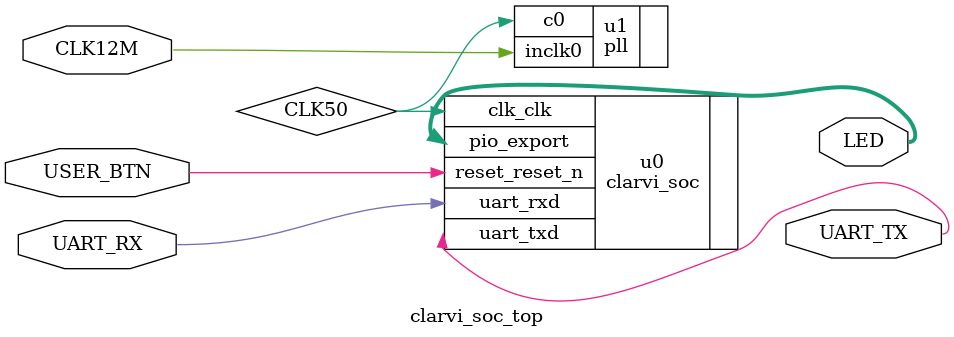
<source format=sv>
module clarvi_soc_top (
    input  logic        CLK12M,
    input  logic        USER_BTN,
    output logic [7:0]  LED,
    input  logic        UART_RX,
    output logic        UART_TX
    );

    logic CLK50;

    pll u1 (
        .inclk0(CLK12M),
        .c0(CLK50)
    );

    clarvi_soc u0 (
        .clk_clk       (CLK50),
        .reset_reset_n (USER_BTN),
        .uart_rxd      (UART_RX),
        .uart_txd      (UART_TX),
        .pio_export    (LED) 
    );

endmodule

</source>
